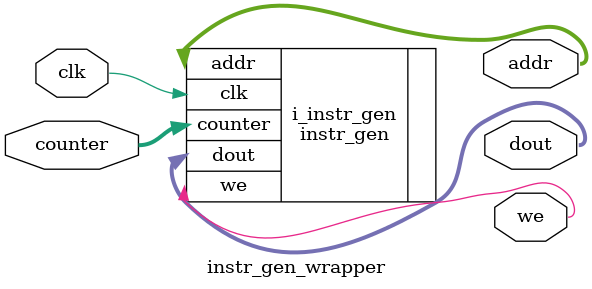
<source format=v>
module instr_gen_wrapper (
    input wire clk,
    input wire [31:0] counter,
    output wire we,
    output reg [31:0] addr,
    output wire [31:0] dout
);
    instr_gen i_instr_gen (
        .clk(clk),
        .counter(counter),
        .we(we),
        .addr(addr),
        .dout(dout)
    );
endmodule
</source>
